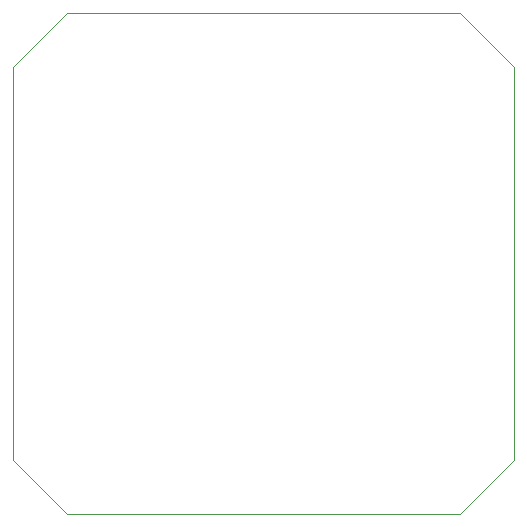
<source format=gbr>
%TF.GenerationSoftware,KiCad,Pcbnew,7.0.1*%
%TF.CreationDate,2024-04-15T22:24:01+02:00*%
%TF.ProjectId,nema17_driver,6e656d61-3137-45f6-9472-697665722e6b,rev?*%
%TF.SameCoordinates,Original*%
%TF.FileFunction,Profile,NP*%
%FSLAX46Y46*%
G04 Gerber Fmt 4.6, Leading zero omitted, Abs format (unit mm)*
G04 Created by KiCad (PCBNEW 7.0.1) date 2024-04-15 22:24:01*
%MOMM*%
%LPD*%
G01*
G04 APERTURE LIST*
%TA.AperFunction,Profile*%
%ADD10C,0.100000*%
%TD*%
G04 APERTURE END LIST*
D10*
X124800000Y-97600000D02*
X124800000Y-64400000D01*
X167200000Y-97600000D02*
X162600000Y-102200000D01*
X162600000Y-102200000D02*
X129400000Y-102200000D01*
X167200000Y-64400000D02*
X167200000Y-97600000D01*
X129400000Y-102200000D02*
X124800000Y-97600000D01*
X129400000Y-59800000D02*
X162600000Y-59800000D01*
X162600000Y-59800000D02*
X167200000Y-64400000D01*
X124800000Y-64400000D02*
X129400000Y-59800000D01*
M02*

</source>
